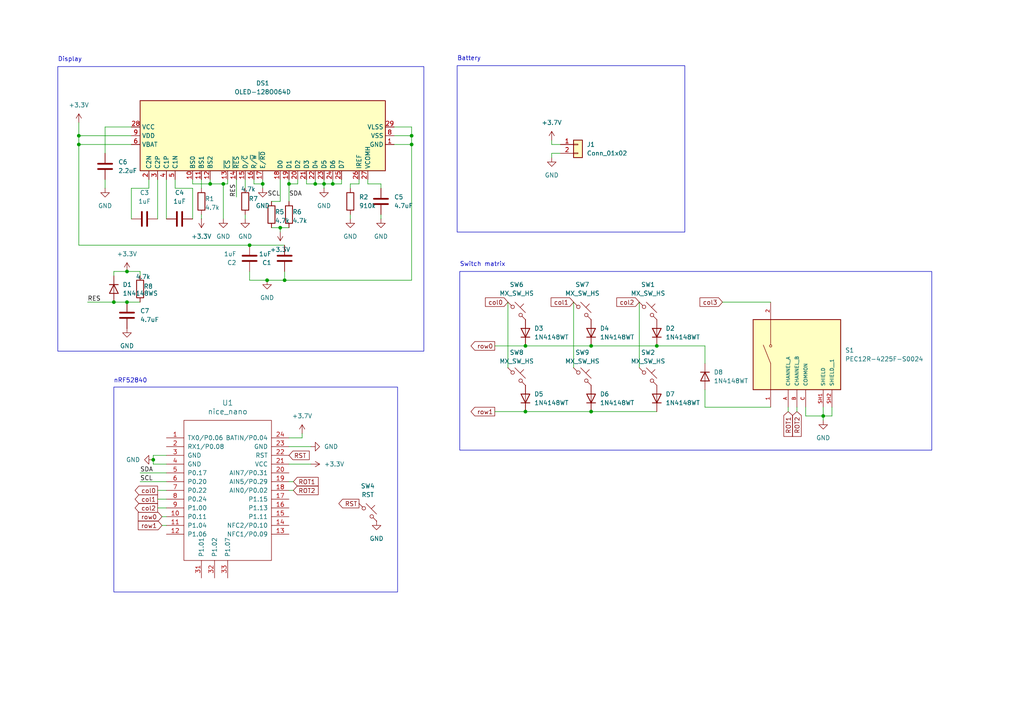
<source format=kicad_sch>
(kicad_sch (version 20250114) (generator "eeschema") (generator_version "9.0")
  (paper "A4")
  (lib_symbols
    (symbol "Connector_Generic:Conn_01x02" (pin_names (offset 1.016) (hide yes))
      (property "Reference" "J" (at 0 2.54 0))
      (property "Value" "Conn_01x02" (at 0 -5.08 0))
      (symbol "Conn_01x02_1_1"
        (rectangle (start -1.27 1.27) (end 1.27 -3.81) (stroke (width 0.254)) (fill (type background)))
        (rectangle (start -1.27 0.127) (end 0 -0.127) (stroke (width 0.1524)))
        (rectangle (start -1.27 -2.413) (end 0 -2.667) (stroke (width 0.1524)))
        (pin passive line (at -5.08 0 0) (length 3.81) (name "Pin_1") (number "1"))
        (pin passive line (at -5.08 -2.54 0) (length 3.81) (name "Pin_2") (number "2"))
      )
    )
    (symbol "Device:C" (pin_numbers (hide yes)) (pin_names (offset 0.254))
      (property "Reference" "C" (at 0.635 2.54 0))
      (property "Value" "C" (at 0.635 -2.54 0))
      (symbol "C_0_1"
        (polyline (pts (xy -2.032 0.762) (xy 2.032 0.762)) (stroke (width 0.508)))
        (polyline (pts (xy -2.032 -0.762) (xy 2.032 -0.762)) (stroke (width 0.508)))
      )
      (symbol "C_1_1"
        (pin passive line (at 0 3.81 270) (length 2.794) (name "~") (number "1"))
        (pin passive line (at 0 -3.81 90) (length 2.794) (name "~") (number "2"))
      )
    )
    (symbol "Device:D" (pin_numbers (hide yes)) (pin_names (offset 1.016) (hide yes))
      (property "Reference" "D" (at 0 2.54 0))
      (property "Value" "D" (at 0 -2.54 0))
      (symbol "D_0_1"
        (polyline (pts (xy -1.27 1.27) (xy -1.27 -1.27)) (stroke (width 0.254)))
        (polyline (pts (xy 1.27 1.27) (xy 1.27 -1.27) (xy -1.27 0) (xy 1.27 1.27)) (stroke (width 0.254)))
        (polyline (pts (xy 1.27 0) (xy -1.27 0)))
      )
      (symbol "D_1_1"
        (pin passive line (at -3.81 0 0) (length 2.54) (name "K") (number "1"))
        (pin passive line (at 3.81 0 180) (length 2.54) (name "A") (number "2"))
      )
    )
    (symbol "Device:R" (pin_numbers (hide yes)) (pin_names (offset 0))
      (property "Reference" "R" (at 2.032 0 90))
      (property "Value" "R" (at 0 0 90))
      (symbol "R_0_1"
        (rectangle (start -1.016 -2.54) (end 1.016 2.54) (stroke (width 0.254)))
      )
      (symbol "R_1_1"
        (pin passive line (at 0 3.81 270) (length 1.27) (name "~") (number "1"))
        (pin passive line (at 0 -3.81 90) (length 1.27) (name "~") (number "2"))
      )
    )
    (symbol "Diode:1N4148WT" (pin_numbers (hide yes)) (pin_names (hide yes))
      (property "Reference" "D" (at 0 2.54 0))
      (property "Value" "1N4148WT" (at 0 -2.54 0))
      (symbol "1N4148WT_0_1"
        (polyline (pts (xy -1.27 1.27) (xy -1.27 -1.27)) (stroke (width 0.254)))
        (polyline (pts (xy 1.27 1.27) (xy 1.27 -1.27) (xy -1.27 0) (xy 1.27 1.27)) (stroke (width 0.254)))
        (polyline (pts (xy 1.27 0) (xy -1.27 0)))
      )
      (symbol "1N4148WT_1_1"
        (pin passive line (at -3.81 0 0) (length 2.54) (name "K") (number "1"))
        (pin passive line (at 3.81 0 180) (length 2.54) (name "A") (number "2"))
      )
    )
    (symbol "Display_Graphic:OLED-128O064D"
      (property "Reference" "DS" (at -10.16 38.1 0))
      (property "Value" "OLED-128O064D" (at 12.7 38.1 0))
      (symbol "OLED-128O064D_0_1"
        (rectangle (start -10.16 35.56) (end 10.16 -35.56) (stroke (width 0.254)) (fill (type background)))
      )
      (symbol "OLED-128O064D_1_1"
        (pin passive line (at -12.7 33.02 0) (length 2.54) (name "C2N") (number "2"))
        (pin passive line (at -12.7 30.48 0) (length 2.54) (name "C2P") (number "3"))
        (pin passive line (at -12.7 27.94 0) (length 2.54) (name "C1P") (number "4"))
        (pin passive line (at -12.7 25.4 0) (length 2.54) (name "C1N") (number "5"))
        (pin input line (at -12.7 20.32 0) (length 2.54) (name "BS0") (number "10"))
        (pin input line (at -12.7 17.78 0) (length 2.54) (name "BS1") (number "11"))
        (pin input line (at -12.7 15.24 0) (length 2.54) (name "BS2") (number "12"))
        (pin input line (at -12.7 10.16 0) (length 2.54) (name "~{CS}") (number "13"))
        (pin input line (at -12.7 7.62 0) (length 2.54) (name "~{RES}") (number "14"))
        (pin input line (at -12.7 5.08 0) (length 2.54) (name "D/~{C}") (number "15"))
        (pin input line (at -12.7 2.54 0) (length 2.54) (name "R/~{W}") (number "16"))
        (pin input line (at -12.7 0 0) (length 2.54) (name "E/~{RD}") (number "17"))
        (pin bidirectional line (at -12.7 -5.08 0) (length 2.54) (name "D0") (number "18"))
        (pin bidirectional line (at -12.7 -7.62 0) (length 2.54) (name "D1") (number "19"))
        (pin bidirectional line (at -12.7 -10.16 0) (length 2.54) (name "D2") (number "20"))
        (pin bidirectional line (at -12.7 -12.7 0) (length 2.54) (name "D3") (number "21"))
        (pin bidirectional line (at -12.7 -15.24 0) (length 2.54) (name "D4") (number "22"))
        (pin bidirectional line (at -12.7 -17.78 0) (length 2.54) (name "D5") (number "23"))
        (pin bidirectional line (at -12.7 -20.32 0) (length 2.54) (name "D6") (number "24"))
        (pin bidirectional line (at -12.7 -22.86 0) (length 2.54) (name "D7") (number "25"))
        (pin passive line (at -12.7 -27.94 0) (length 2.54) (name "IREF") (number "26"))
        (pin passive line (at -12.7 -30.48 0) (length 2.54) (name "VCOMH") (number "27"))
        (pin power_in line (at -2.54 38.1 270) (length 2.54) (name "VBAT") (number "6"))
        (pin power_in line (at -2.54 -38.1 90) (length 2.54) (name "GND") (number "1"))
        (pin passive line (at -2.54 -38.1 90) (length 2.54) (hide yes) (name "GND") (number "30"))
        (pin power_in line (at 0 38.1 270) (length 2.54) (name "VDD") (number "9"))
        (pin power_in line (at 0 -38.1 90) (length 2.54) (name "VSS") (number "8"))
        (pin power_in line (at 2.54 38.1 270) (length 2.54) (name "VCC") (number "28"))
        (pin power_in line (at 2.54 -38.1 90) (length 2.54) (name "VLSS") (number "29"))
        (pin no_connect line (at 10.16 0 180) (length 2.54) (hide yes) (name "NC") (number "7"))
      )
    )
    (symbol "PCM_marbastlib-mx:MX_SW_HS" (pin_numbers (hide yes)) (pin_names (offset 1.016) (hide yes))
      (property "Reference" "MX" (at 3.048 1.016 0))
      (property "Value" "MX_SW_HS" (at 0 -3.81 0))
      (symbol "MX_SW_HS_0_1"
        (polyline (pts (xy -2.54 2.54) (xy -1.524 1.524) (xy -1.524 1.524)))
        (circle (center -1.1684 1.1684) (radius 0.508))
        (polyline (pts (xy -0.508 2.54) (xy 2.54 -0.508)))
        (polyline (pts (xy 1.016 1.016) (xy 2.032 2.032)))
        (circle (center 1.143 -1.1938) (radius 0.508))
        (polyline (pts (xy 1.524 -1.524) (xy 2.54 -2.54) (xy 2.54 -2.54) (xy 2.54 -2.54)))
        (pin passive line (at -2.54 2.54 0) (length 0) (name "1") (number "1"))
        (pin passive line (at 2.54 -2.54 180) (length 0) (name "2") (number "2"))
      )
    )
    (symbol "PEC12R-4225F-S0024:PEC12R-4225F-S0024" (pin_names (offset 1.016))
      (property "Reference" "S" (at -10.16 10.795 0))
      (property "Value" "PEC12R-4225F-S0024" (at -10.16 -17.78 0))
      (symbol "PEC12R-4225F-S0024_0_0"
        (rectangle (start -10.16 -15.24) (end 10.16 10.16) (stroke (width 0.254)) (fill (type background)))
        (polyline (pts (xy -2.54 5.08) (xy -10.16 5.08)) (stroke (width 0.1524)))
        (polyline (pts (xy -2.54 5.08) (xy 2.794 7.2136)) (stroke (width 0.1524)))
        (circle (center 2.54 5.08) (radius 0.3302) (stroke (width 0.1524)))
        (polyline (pts (xy 10.16 5.08) (xy 2.921 5.08)) (stroke (width 0.1524)))
        (pin passive line (at -15.24 5.08 0) (length 5.08) (name "~") (number "1"))
        (pin passive line (at -15.24 0 0) (length 5.08) (name "CHANNEL_A") (number "A"))
        (pin passive line (at -15.24 -2.54 0) (length 5.08) (name "CHANNEL_B") (number "B"))
        (pin passive line (at -15.24 -5.08 0) (length 5.08) (name "COMMON") (number "C"))
        (pin passive line (at -15.24 -10.16 0) (length 5.08) (name "SHIELD") (number "SH1"))
        (pin passive line (at -15.24 -12.7 0) (length 5.08) (name "SHIELD__1") (number "SH2"))
        (pin passive line (at 15.24 5.08 180) (length 5.08) (name "~") (number "2"))
      )
    )
    (symbol "Switch:SW_Push_45deg" (pin_numbers (hide yes)) (pin_names (offset 1.016) (hide yes))
      (property "Reference" "SW" (at 3.048 1.016 0))
      (property "Value" "SW_Push_45deg" (at 0 -3.81 0))
      (symbol "SW_Push_45deg_0_1"
        (polyline (pts (xy -2.54 2.54) (xy -1.524 1.524) (xy -1.524 1.524)))
        (circle (center -1.1684 1.1684) (radius 0.508))
        (polyline (pts (xy -0.508 2.54) (xy 2.54 -0.508)))
        (polyline (pts (xy 1.016 1.016) (xy 2.032 2.032)))
        (circle (center 1.143 -1.1938) (radius 0.508))
        (polyline (pts (xy 1.524 -1.524) (xy 2.54 -2.54) (xy 2.54 -2.54) (xy 2.54 -2.54)))
        (pin passive line (at -2.54 2.54 0) (length 0) (name "1") (number "1"))
        (pin passive line (at 2.54 -2.54 180) (length 0) (name "2") (number "2"))
      )
    )
    (symbol "nice_nano:nice_nano" (pin_names (offset 1.016))
      (property "Reference" "U" (at 0 0 0))
      (property "Value" "nice_nano" (at 0 2.54 0))
      (symbol "nice_nano_0_1"
        (rectangle (start -12.7 -21.59) (end 12.7 19.05))
      )
      (symbol "nice_nano_1_1"
        (pin input line (at -17.78 13.97 0) (length 5.08) (name "TX0/P0.06") (number "1"))
        (pin input line (at -17.78 11.43 0) (length 5.08) (name "RX1/P0.08") (number "2"))
        (pin input line (at -17.78 8.89 0) (length 5.08) (name "GND") (number "3"))
        (pin input line (at -17.78 6.35 0) (length 5.08) (name "GND") (number "4"))
        (pin input line (at -17.78 3.81 0) (length 5.08) (name "P0.17") (number "5"))
        (pin input line (at -17.78 1.27 0) (length 5.08) (name "P0.20") (number "6"))
        (pin input line (at -17.78 -1.27 0) (length 5.08) (name "P0.22") (number "7"))
        (pin input line (at -17.78 -3.81 0) (length 5.08) (name "P0.24") (number "8"))
        (pin input line (at -17.78 -6.35 0) (length 5.08) (name "P1.00") (number "9"))
        (pin input line (at -17.78 -8.89 0) (length 5.08) (name "P0.11") (number "10"))
        (pin input line (at -17.78 -11.43 0) (length 5.08) (name "P1.04") (number "11"))
        (pin input line (at -17.78 -13.97 0) (length 5.08) (name "P1.06") (number "12"))
        (pin input line (at -7.62 -26.67 90) (length 5.08) (name "P1.01") (number "31"))
        (pin input line (at -3.81 -26.67 90) (length 5.08) (name "P1.02") (number "32"))
        (pin input line (at 0 -26.67 90) (length 5.08) (name "P1.07") (number "33"))
        (pin input line (at 17.78 13.97 180) (length 5.08) (name "BATIN/P0.04") (number "24"))
        (pin input line (at 17.78 11.43 180) (length 5.08) (name "GND") (number "23"))
        (pin input line (at 17.78 8.89 180) (length 5.08) (name "RST") (number "22"))
        (pin input line (at 17.78 6.35 180) (length 5.08) (name "VCC") (number "21"))
        (pin input line (at 17.78 3.81 180) (length 5.08) (name "AIN7/P0.31") (number "20"))
        (pin input line (at 17.78 1.27 180) (length 5.08) (name "AIN5/P0.29") (number "19"))
        (pin input line (at 17.78 -1.27 180) (length 5.08) (name "AIN0/P0.02") (number "18"))
        (pin input line (at 17.78 -3.81 180) (length 5.08) (name "P1.15") (number "17"))
        (pin input line (at 17.78 -6.35 180) (length 5.08) (name "P1.13") (number "16"))
        (pin input line (at 17.78 -8.89 180) (length 5.08) (name "P1.11") (number "15"))
        (pin input line (at 17.78 -11.43 180) (length 5.08) (name "NFC2/P0.10") (number "14"))
        (pin input line (at 17.78 -13.97 180) (length 5.08) (name "NFC1/P0.09") (number "13"))
      )
    )
    (symbol "power:+3.3V" (power) (pin_numbers (hide yes)) (pin_names (offset 0) (hide yes))
      (property "Value" "+3.3V" (at 0 3.556 0))
      (symbol "+3.3V_0_1"
        (polyline (pts (xy -0.762 1.27) (xy 0 2.54)))
        (polyline (pts (xy 0 2.54) (xy 0.762 1.27)))
        (polyline (pts (xy 0 0) (xy 0 2.54)))
      )
      (symbol "+3.3V_1_1"
        (pin power_in line (at 0 0 90) (length 0) (name "~") (number "1"))
      )
    )
    (symbol "power:GND" (power) (pin_numbers (hide yes)) (pin_names (offset 0) (hide yes))
      (property "Value" "GND" (at 0 -3.81 0))
      (symbol "GND_0_1"
        (polyline (pts (xy 0 0) (xy 0 -1.27) (xy 1.27 -1.27) (xy 0 -2.54) (xy -1.27 -1.27) (xy 0 -1.27)))
      )
      (symbol "GND_1_1"
        (pin power_in line (at 0 0 270) (length 0) (name "~") (number "1"))
      )
    )
  )
  (rectangle (start 33.02 112.268) (end 115.316 171.704))
  (rectangle (start 132.588 19.05) (end 198.628 67.31))
  (rectangle (start 133.35 78.74) (end 270.256 130.556))
  (rectangle (start 16.764 19.304) (end 122.936 101.854))
  (text "Battery" (at 132.588 17.78 0) (effects (font (size 1.27 1.27)) (justify left bottom)))
  (text "Display" (at 16.764 18.034 0) (effects (font (size 1.27 1.27)) (justify left bottom)))
  (text "Switch matrix" (at 133.35 77.47 0) (effects (font (size 1.27 1.27)) (justify left bottom)))
  (text "nRF52840" (at 37.846 110.49 0) (effects (font (size 1.27 1.27))))
  (junction (at 36.83 87.63))
  (junction (at 82.55 81.28))
  (junction (at 171.45 100.33))
  (junction (at 238.76 120.65))
  (junction (at 190.5 100.33))
  (junction (at 81.28 66.04))
  (junction (at 171.45 119.38))
  (junction (at 93.98 53.34))
  (junction (at 22.86 39.37))
  (junction (at 36.83 78.74))
  (junction (at 119.38 39.37))
  (junction (at 76.2 53.34))
  (junction (at 119.38 41.91))
  (junction (at 83.82 53.34))
  (junction (at 60.96 53.34))
  (junction (at 22.86 41.91))
  (junction (at 96.52 53.34))
  (junction (at 64.77 53.34))
  (junction (at 91.44 53.34))
  (junction (at 72.39 71.12))
  (junction (at 152.4 100.33))
  (junction (at 77.47 81.28))
  (junction (at 44.45 133.35))
  (junction (at 152.4 119.38))
  (junction (at 33.02 87.63))
  (wire (pts (xy 233.68 120.65) (xy 238.76 120.65)))
  (wire (pts (xy 40.64 137.16) (xy 48.26 137.16)))
  (wire (pts (xy 104.14 53.34) (xy 101.6 53.34)))
  (wire (pts (xy 48.26 52.07) (xy 48.26 63.5)))
  (wire (pts (xy 96.52 53.34) (xy 96.52 52.07)))
  (wire (pts (xy 147.32 87.63) (xy 147.32 106.68)))
  (wire (pts (xy 55.88 53.34) (xy 60.96 53.34)))
  (wire (pts (xy 30.48 36.83) (xy 38.1 36.83)))
  (wire (pts (xy 119.38 39.37) (xy 119.38 41.91)))
  (wire (pts (xy 81.28 67.31) (xy 81.28 66.04)))
  (wire (pts (xy 81.28 66.04) (xy 78.74 66.04)))
  (wire (pts (xy 22.86 39.37) (xy 22.86 41.91)))
  (wire (pts (xy 81.28 52.07) (xy 81.28 58.42)))
  (wire (pts (xy 114.3 41.91) (xy 119.38 41.91)))
  (wire (pts (xy 50.8 52.07) (xy 50.8 54.61)))
  (wire (pts (xy 82.55 78.74) (xy 82.55 81.28)))
  (wire (pts (xy 88.9 53.34) (xy 88.9 52.07)))
  (wire (pts (xy 85.09 139.7) (xy 83.82 139.7)))
  (wire (pts (xy 45.72 144.78) (xy 48.26 144.78)))
  (wire (pts (xy 143.51 100.33) (xy 152.4 100.33)))
  (wire (pts (xy 76.2 53.34) (xy 76.2 54.61)))
  (wire (pts (xy 93.98 53.34) (xy 93.98 54.61)))
  (wire (pts (xy 72.39 71.12) (xy 82.55 71.12)))
  (wire (pts (xy 55.88 52.07) (xy 55.88 53.34)))
  (wire (pts (xy 241.3 118.11) (xy 241.3 120.65)))
  (wire (pts (xy 83.82 129.54) (xy 90.17 129.54)))
  (wire (pts (xy 231.14 118.11) (xy 231.14 119.38)))
  (wire (pts (xy 48.26 134.62) (xy 44.45 134.62)))
  (wire (pts (xy 110.49 53.34) (xy 106.68 53.34)))
  (wire (pts (xy 99.06 53.34) (xy 99.06 52.07)))
  (wire (pts (xy 43.18 54.61) (xy 43.18 52.07)))
  (wire (pts (xy 91.44 53.34) (xy 91.44 52.07)))
  (wire (pts (xy 25.4 87.63) (xy 33.02 87.63)))
  (wire (pts (xy 104.14 52.07) (xy 104.14 53.34)))
  (wire (pts (xy 30.48 44.45) (xy 30.48 36.83)))
  (wire (pts (xy 160.02 44.45) (xy 160.02 45.72)))
  (wire (pts (xy 58.42 63.5) (xy 58.42 62.23)))
  (wire (pts (xy 114.3 36.83) (xy 119.38 36.83)))
  (wire (pts (xy 30.48 54.61) (xy 30.48 52.07)))
  (wire (pts (xy 46.99 149.86) (xy 48.26 149.86)))
  (wire (pts (xy 45.72 52.07) (xy 45.72 63.5)))
  (wire (pts (xy 46.99 152.4) (xy 48.26 152.4)))
  (wire (pts (xy 64.77 53.34) (xy 60.96 53.34)))
  (wire (pts (xy 143.51 119.38) (xy 152.4 119.38)))
  (wire (pts (xy 22.86 71.12) (xy 72.39 71.12)))
  (wire (pts (xy 88.9 53.34) (xy 91.44 53.34)))
  (wire (pts (xy 45.72 147.32) (xy 48.26 147.32)))
  (wire (pts (xy 71.12 62.23) (xy 71.12 63.5)))
  (wire (pts (xy 96.52 53.34) (xy 99.06 53.34)))
  (wire (pts (xy 76.2 52.07) (xy 76.2 53.34)))
  (wire (pts (xy 83.82 52.07) (xy 83.82 53.34)))
  (wire (pts (xy 101.6 53.34) (xy 101.6 54.61)))
  (wire (pts (xy 87.63 127) (xy 83.82 127)))
  (wire (pts (xy 40.64 80.01) (xy 40.64 78.74)))
  (wire (pts (xy 85.09 142.24) (xy 83.82 142.24)))
  (wire (pts (xy 238.76 118.11) (xy 238.76 120.65)))
  (wire (pts (xy 22.86 41.91) (xy 38.1 41.91)))
  (wire (pts (xy 106.68 53.34) (xy 106.68 52.07)))
  (wire (pts (xy 93.98 53.34) (xy 96.52 53.34)))
  (wire (pts (xy 238.76 121.92) (xy 238.76 120.65)))
  (wire (pts (xy 48.26 132.08) (xy 44.45 132.08)))
  (wire (pts (xy 160.02 41.91) (xy 162.56 41.91)))
  (wire (pts (xy 66.04 52.07) (xy 66.04 53.34)))
  (wire (pts (xy 40.64 139.7) (xy 48.26 139.7)))
  (wire (pts (xy 91.44 53.34) (xy 93.98 53.34)))
  (wire (pts (xy 209.55 87.63) (xy 223.52 87.63)))
  (wire (pts (xy 171.45 119.38) (xy 190.5 119.38)))
  (wire (pts (xy 86.36 52.07) (xy 86.36 53.34)))
  (wire (pts (xy 64.77 63.5) (xy 64.77 53.34)))
  (wire (pts (xy 152.4 100.33) (xy 171.45 100.33)))
  (wire (pts (xy 44.45 134.62) (xy 44.45 133.35)))
  (wire (pts (xy 238.76 120.65) (xy 241.3 120.65)))
  (wire (pts (xy 119.38 39.37) (xy 119.38 36.83)))
  (wire (pts (xy 44.45 132.08) (xy 44.45 133.35)))
  (wire (pts (xy 66.04 53.34) (xy 64.77 53.34)))
  (wire (pts (xy 110.49 53.34) (xy 110.49 54.61)))
  (wire (pts (xy 228.6 119.38) (xy 228.6 118.11)))
  (wire (pts (xy 22.86 35.56) (xy 22.86 39.37)))
  (wire (pts (xy 119.38 41.91) (xy 119.38 81.28)))
  (wire (pts (xy 55.88 54.61) (xy 55.88 63.5)))
  (wire (pts (xy 160.02 40.64) (xy 160.02 41.91)))
  (wire (pts (xy 233.68 118.11) (xy 233.68 120.65)))
  (wire (pts (xy 60.96 53.34) (xy 60.96 52.07)))
  (wire (pts (xy 22.86 39.37) (xy 38.1 39.37)))
  (wire (pts (xy 101.6 62.23) (xy 101.6 63.5)))
  (wire (pts (xy 58.42 52.07) (xy 58.42 54.61)))
  (wire (pts (xy 86.36 53.34) (xy 83.82 53.34)))
  (wire (pts (xy 33.02 78.74) (xy 33.02 80.01)))
  (wire (pts (xy 72.39 78.74) (xy 72.39 81.28)))
  (wire (pts (xy 185.42 87.63) (xy 185.42 106.68)))
  (wire (pts (xy 71.12 52.07) (xy 71.12 54.61)))
  (wire (pts (xy 93.98 53.34) (xy 93.98 52.07)))
  (wire (pts (xy 40.64 78.74) (xy 36.83 78.74)))
  (wire (pts (xy 166.37 87.63) (xy 166.37 106.68)))
  (wire (pts (xy 110.49 62.23) (xy 110.49 63.5)))
  (wire (pts (xy 83.82 53.34) (xy 83.82 58.42)))
  (wire (pts (xy 73.66 52.07) (xy 73.66 53.34)))
  (wire (pts (xy 87.63 125.73) (xy 87.63 127)))
  (wire (pts (xy 50.8 54.61) (xy 55.88 54.61)))
  (wire (pts (xy 204.47 113.03) (xy 204.47 118.11)))
  (wire (pts (xy 38.1 54.61) (xy 38.1 63.5)))
  (wire (pts (xy 114.3 39.37) (xy 119.38 39.37)))
  (wire (pts (xy 204.47 100.33) (xy 204.47 105.41)))
  (wire (pts (xy 76.2 53.34) (xy 73.66 53.34)))
  (wire (pts (xy 204.47 100.33) (xy 190.5 100.33)))
  (wire (pts (xy 22.86 41.91) (xy 22.86 71.12)))
  (wire (pts (xy 36.83 87.63) (xy 40.64 87.63)))
  (wire (pts (xy 36.83 87.63) (xy 33.02 87.63)))
  (wire (pts (xy 38.1 54.61) (xy 43.18 54.61)))
  (wire (pts (xy 82.55 81.28) (xy 77.47 81.28)))
  (wire (pts (xy 72.39 81.28) (xy 77.47 81.28)))
  (wire (pts (xy 81.28 58.42) (xy 78.74 58.42)))
  (wire (pts (xy 68.58 52.07) (xy 68.58 57.15)))
  (wire (pts (xy 119.38 81.28) (xy 82.55 81.28)))
  (wire (pts (xy 162.56 44.45) (xy 160.02 44.45)))
  (wire (pts (xy 45.72 142.24) (xy 48.26 142.24)))
  (wire (pts (xy 204.47 118.11) (xy 223.52 118.11)))
  (wire (pts (xy 152.4 119.38) (xy 171.45 119.38)))
  (wire (pts (xy 33.02 78.74) (xy 36.83 78.74)))
  (wire (pts (xy 171.45 100.33) (xy 190.5 100.33)))
  (wire (pts (xy 81.28 66.04) (xy 83.82 66.04)))
  (wire (pts (xy 83.82 134.62) (xy 90.17 134.62)))
  (label "SCL" (at 81.28 57.15 180))
  (label "RES" (at 68.58 57.15 90))
  (label "SDA" (at 40.64 137.16 0))
  (label "SDA" (at 83.82 57.15 0))
  (label "SCL" (at 40.64 139.7 0))
  (label "RES" (at 25.4 87.63 0))
  (global_label "col2" (shape input) (at 185.42 87.63 180) (property "Intersheetrefs" "${INTERSHEET_REFS}" (effects (hide yes))))
  (global_label "col1" (shape input) (at 166.37 87.63 180) (property "Intersheetrefs" "${INTERSHEET_REFS}" (effects (hide yes))))
  (global_label "row1" (shape input) (at 46.99 152.4 180) (property "Intersheetrefs" "${INTERSHEET_REFS}" (effects (hide yes))))
  (global_label "ROT2" (shape input) (at 85.09 142.24 0) (property "Intersheetrefs" "${INTERSHEET_REFS}" (effects (hide yes))))
  (global_label "col0" (shape output) (at 45.72 142.24 180) (property "Intersheetrefs" "${INTERSHEET_REFS}" (effects (hide yes))))
  (global_label "col1" (shape output) (at 45.72 144.78 180) (property "Intersheetrefs" "${INTERSHEET_REFS}" (effects (hide yes))))
  (global_label "row0" (shape output) (at 143.51 100.33 180) (property "Intersheetrefs" "${INTERSHEET_REFS}" (effects (hide yes))))
  (global_label "col0" (shape input) (at 147.32 87.63 180) (property "Intersheetrefs" "${INTERSHEET_REFS}" (effects (hide yes))))
  (global_label "row0" (shape input) (at 46.99 149.86 180) (property "Intersheetrefs" "${INTERSHEET_REFS}" (effects (hide yes))))
  (global_label "col3" (shape input) (at 209.55 87.63 180) (property "Intersheetrefs" "${INTERSHEET_REFS}" (effects (hide yes))))
  (global_label "ROT1" (shape input) (at 85.09 139.7 0) (property "Intersheetrefs" "${INTERSHEET_REFS}" (effects (hide yes))))
  (global_label "RST" (shape input) (at 83.82 132.08 0) (property "Intersheetrefs" "${INTERSHEET_REFS}" (effects (hide yes))))
  (global_label "RST" (shape output) (at 104.14 146.05 180) (property "Intersheetrefs" "${INTERSHEET_REFS}" (effects (hide yes))))
  (global_label "col2" (shape output) (at 45.72 147.32 180) (property "Intersheetrefs" "${INTERSHEET_REFS}" (effects (hide yes))))
  (global_label "ROT2" (shape input) (at 231.14 119.38 270) (property "Intersheetrefs" "${INTERSHEET_REFS}" (effects (hide yes))))
  (global_label "row1" (shape output) (at 143.51 119.38 180) (property "Intersheetrefs" "${INTERSHEET_REFS}" (effects (hide yes))))
  (global_label "ROT1" (shape input) (at 228.6 119.38 270) (property "Intersheetrefs" "${INTERSHEET_REFS}" (effects (hide yes))))
  (symbol (lib_id "PEC12R-4225F-S0024:PEC12R-4225F-S0024") (at 228.6 102.87 90) (unit 1)
    (property "Reference" "S1" (at 245.11 101.5999 90) (effects (justify right)))
    (property "Value" "PEC12R-4225F-S0024" (at 245.11 104.1399 90) (effects (justify right)))
    (property "Footprint" "PEC12R_4225F_S0024:XDCR_PEC12R-4225F-S0024" (effects (hide yes)))
    (property "PARTREV" "07/21" (effects (hide yes)))
    (property "MANUFACTURER" "Bourns" (effects (hide yes)))
    (property "MAXIMUM_PACKAGE_HEIGHT" "20.5mm" (effects (hide yes)))
    (property "STANDARD" "Manufacturer recommendations" (effects (hide yes)))
  )
  (symbol (lib_id "Connector_Generic:Conn_01x02") (at 167.64 41.91 0) (unit 1)
    (property "Reference" "J1" (at 170.18 41.9099 0) (effects (justify left)))
    (property "Value" "Conn_01x02" (at 170.18 44.4499 0) (effects (justify left)))
    (property "Footprint" "Connector_JST:JST_PH_S2B-PH-K_1x02_P2.00mm_Horizontal" (effects (hide yes)))
    (property "Description" "Generic connector, single row, 01x02, script generated (kicad-library-utils/schlib/autogen/connector/)" (effects (hide yes)))
  )
  (symbol (lib_id "power:GND") (at 160.02 45.72 0) (unit 1)
    (property "Reference" "#PWR02" (effects (hide yes)))
    (property "Value" "GND" (at 160.02 50.8 0))
    (property "Description" "Power symbol creates a global label with name \"GND\" , ground" (effects (hide yes)))
  )
  (symbol (lib_id "Device:C") (at 72.39 74.93 180) (unit 1)
    (property "Reference" "C2" (at 68.58 76.2001 0) (effects (justify left)))
    (property "Value" "1uF" (at 68.58 73.6601 0) (effects (justify left)))
    (property "Footprint" "Capacitor_SMD:C_0805_2012Metric_Pad1.18x1.45mm_HandSolder" (effects (hide yes)))
    (property "Description" "Unpolarized capacitor" (effects (hide yes)))
  )
  (symbol (lib_id "power:+3.3V") (at 160.02 40.64 0) (unit 1)
    (property "Reference" "#PWR01" (effects (hide yes)))
    (property "Value" "+3.7V" (at 160.02 35.56 0))
    (property "Description" "Power symbol creates a global label with name \"+3.3V\"" (effects (hide yes)))
  )
  (symbol (lib_id "power:GND") (at 44.45 133.35 270) (unit 1)
    (property "Reference" "#PWR019" (effects (hide yes)))
    (property "Value" "GND" (at 40.64 133.3499 90) (effects (justify right)))
    (property "Description" "Power symbol creates a global label with name \"GND\" , ground" (effects (hide yes)))
  )
  (symbol (lib_id "Device:R") (at 78.74 62.23 0) (unit 1)
    (property "Reference" "R5" (at 79.756 61.468 0) (effects (justify left)))
    (property "Value" "4.7k" (at 79.756 64.008 0) (effects (justify left)))
    (property "Footprint" "Resistor_SMD:R_0805_2012Metric_Pad1.20x1.40mm_HandSolder" (effects (hide yes)))
    (property "Description" "Resistor" (effects (hide yes)))
  )
  (symbol (lib_id "power:GND") (at 30.48 54.61 0) (unit 1)
    (property "Reference" "#PWR09" (effects (hide yes)))
    (property "Value" "GND" (at 30.48 59.69 0))
    (property "Description" "Power symbol creates a global label with name \"GND\" , ground" (effects (hide yes)))
  )
  (symbol (lib_id "power:+3.3V") (at 81.28 67.31 180) (unit 1)
    (property "Reference" "#PWR014" (effects (hide yes)))
    (property "Value" "+3.3V" (at 81.28 72.39 0))
    (property "Description" "Power symbol creates a global label with name \"+3.3V\"" (effects (hide yes)))
  )
  (symbol (lib_id "PCM_marbastlib-mx:MX_SW_HS") (at 149.86 90.17 0) (unit 1)
    (property "Reference" "SW6" (at 149.86 82.55 0))
    (property "Value" "MX_SW_HS" (at 149.86 85.09 0))
    (property "Footprint" "keyswitches:Kailh_socket_MX" (effects (hide yes)))
  )
  (symbol (lib_id "Diode:1N4148WT") (at 152.4 115.57 90) (unit 1)
    (property "Reference" "D5" (at 154.94 114.2999 90) (effects (justify right)))
    (property "Value" "1N4148WT" (at 154.94 116.8399 90) (effects (justify right)))
    (property "Footprint" "Diode_SMD:D_SOD-323F" (effects (hide yes)))
    (property "Datasheet" "https://www.diodes.com/assets/Datasheets/ds30396.pdf" (effects (hide yes)))
  )
  (symbol (lib_id "Device:C") (at 30.48 48.26 180) (unit 1)
    (property "Reference" "C6" (at 34.29 46.9899 0) (effects (justify right)))
    (property "Value" "2.2uF" (at 34.29 49.5299 0) (effects (justify right)))
    (property "Footprint" "Capacitor_SMD:C_0805_2012Metric_Pad1.18x1.45mm_HandSolder" (effects (hide yes)))
    (property "Description" "Unpolarized capacitor" (effects (hide yes)))
  )
  (symbol (lib_id "power:GND") (at 77.47 81.28 0) (unit 1)
    (property "Reference" "#PWR03" (effects (hide yes)))
    (property "Value" "GND" (at 77.47 86.36 0))
    (property "Description" "Power symbol creates a global label with name \"GND\" , ground" (effects (hide yes)))
  )
  (symbol (lib_id "power:+3.3V") (at 87.63 125.73 0) (unit 1)
    (property "Reference" "#PWR020" (effects (hide yes)))
    (property "Value" "+3.7V" (at 87.63 120.65 0))
    (property "Description" "Power symbol creates a global label with name \"+3.3V\"" (effects (hide yes)))
  )
  (symbol (lib_id "PCM_marbastlib-mx:MX_SW_HS") (at 187.96 109.22 0) (unit 1)
    (property "Reference" "SW2" (at 187.96 102.235 0))
    (property "Value" "MX_SW_HS" (at 187.96 104.775 0))
    (property "Footprint" "keyswitches:Kailh_socket_MX" (effects (hide yes)))
  )
  (symbol (lib_id "PCM_marbastlib-mx:MX_SW_HS") (at 168.91 109.22 0) (unit 1)
    (property "Reference" "SW9" (at 168.91 102.235 0))
    (property "Value" "MX_SW_HS" (at 168.91 104.775 0))
    (property "Footprint" "keyswitches:Kailh_socket_MX" (effects (hide yes)))
  )
  (symbol (lib_id "PCM_marbastlib-mx:MX_SW_HS") (at 149.86 109.22 0) (unit 1)
    (property "Reference" "SW8" (at 149.86 102.235 0))
    (property "Value" "MX_SW_HS" (at 149.86 104.775 0))
    (property "Footprint" "keyswitches:Kailh_socket_MX" (effects (hide yes)))
  )
  (symbol (lib_id "Device:C") (at 41.91 63.5 90) (unit 1)
    (property "Reference" "C3" (at 41.91 55.88 90))
    (property "Value" "1uF" (at 41.91 58.42 90))
    (property "Footprint" "Capacitor_SMD:C_0805_2012Metric_Pad1.18x1.45mm_HandSolder" (effects (hide yes)))
    (property "Description" "Unpolarized capacitor" (effects (hide yes)))
  )
  (symbol (lib_id "Device:D") (at 33.02 83.82 270) (unit 1)
    (property "Reference" "D1" (at 35.56 82.5499 90) (effects (justify left)))
    (property "Value" "1N4148WS" (at 35.56 85.0899 90) (effects (justify left)))
    (property "Footprint" "Diode_SMD:D_SOD-323F" (effects (hide yes)))
    (property "Description" "Diode" (effects (hide yes)))
    (property "Sim.Device" "D" (effects (hide yes)))
    (property "Sim.Pins" "1=K 2=A" (effects (hide yes)))
  )
  (symbol (lib_id "Diode:1N4148WT") (at 204.47 109.22 270) (unit 1)
    (property "Reference" "D8" (at 207.01 107.9499 90) (effects (justify left)))
    (property "Value" "1N4148WT" (at 207.01 110.4899 90) (effects (justify left)))
    (property "Footprint" "Diode_SMD:D_SOD-323F" (effects (hide yes)))
    (property "Datasheet" "https://www.diodes.com/assets/Datasheets/ds30396.pdf" (effects (hide yes)))
  )
  (symbol (lib_id "Switch:SW_Push_45deg") (at 106.68 148.59 0) (unit 1)
    (property "Reference" "SW4" (at 106.68 140.97 0))
    (property "Value" "RST" (at 106.68 143.51 0))
    (property "Footprint" "Button_Switch_SMD:SW_Tactile_SPST_NO_Straight_CK_PTS636Sx25SMTRLFS" (effects (hide yes)))
  )
  (symbol (lib_id "Device:R") (at 71.12 58.42 0) (unit 1)
    (property "Reference" "R7" (at 72.136 57.658 0) (effects (justify left)))
    (property "Value" "4.7k" (at 69.85 54.864 0) (effects (justify left)))
    (property "Footprint" "Resistor_SMD:R_0805_2012Metric_Pad1.20x1.40mm_HandSolder" (effects (hide yes)))
    (property "Description" "Resistor" (effects (hide yes)))
  )
  (symbol (lib_id "Device:C") (at 110.49 58.42 180) (unit 1)
    (property "Reference" "C5" (at 114.3 57.1499 0) (effects (justify right)))
    (property "Value" "4.7uF" (at 114.3 59.6899 0) (effects (justify right)))
    (property "Footprint" "Capacitor_SMD:C_0805_2012Metric_Pad1.18x1.45mm_HandSolder" (effects (hide yes)))
    (property "Description" "Unpolarized capacitor" (effects (hide yes)))
  )
  (symbol (lib_id "power:GND") (at 90.17 129.54 90) (unit 1)
    (property "Reference" "#PWR018" (effects (hide yes)))
    (property "Value" "GND" (at 93.98 129.5399 90) (effects (justify right)))
    (property "Description" "Power symbol creates a global label with name \"GND\" , ground" (effects (hide yes)))
  )
  (symbol (lib_id "power:GND") (at 64.77 63.5 0) (unit 1)
    (property "Reference" "#PWR012" (effects (hide yes)))
    (property "Value" "GND" (at 64.77 68.58 0))
    (property "Description" "Power symbol creates a global label with name \"GND\" , ground" (effects (hide yes)))
  )
  (symbol (lib_id "Diode:1N4148WT") (at 190.5 115.57 90) (unit 1)
    (property "Reference" "D7" (at 193.04 114.2999 90) (effects (justify right)))
    (property "Value" "1N4148WT" (at 193.04 116.8399 90) (effects (justify right)))
    (property "Footprint" "Diode_SMD:D_SOD-323F" (effects (hide yes)))
    (property "Datasheet" "https://www.diodes.com/assets/Datasheets/ds30396.pdf" (effects (hide yes)))
  )
  (symbol (lib_id "power:GND") (at 76.2 54.61 0) (unit 1)
    (property "Reference" "#PWR07" (effects (hide yes)))
    (property "Value" "GND" (at 76.2 59.69 0))
    (property "Description" "Power symbol creates a global label with name \"GND\" , ground" (effects (hide yes)))
  )
  (symbol (lib_id "power:+3.3V") (at 22.86 35.56 0) (unit 1)
    (property "Reference" "#PWR05" (effects (hide yes)))
    (property "Value" "+3.3V" (at 22.86 30.48 0))
    (property "Description" "Power symbol creates a global label with name \"+3.3V\"" (effects (hide yes)))
  )
  (symbol (lib_id "Device:R") (at 83.82 62.23 0) (unit 1)
    (property "Reference" "R6" (at 84.836 61.468 0) (effects (justify left)))
    (property "Value" "4.7k" (at 84.836 64.008 0) (effects (justify left)))
    (property "Footprint" "Resistor_SMD:R_0805_2012Metric_Pad1.20x1.40mm_HandSolder" (effects (hide yes)))
    (property "Description" "Resistor" (effects (hide yes)))
  )
  (symbol (lib_id "Display_Graphic:OLED-128O064D") (at 76.2 39.37 90) (unit 1)
    (property "Reference" "DS1" (at 76.2 24.13 90))
    (property "Value" "OLED-128O064D" (at 76.2 26.67 90))
    (property "Footprint" "Display:OLED-128O064D" (effects (hide yes)))
    (property "Datasheet" "https://www.vishay.com/docs/37902/oled128o064dbpp3n00000.pdf" (effects (hide yes)))
    (property "Description" "OLED display 128x64" (effects (hide yes)))
  )
  (symbol (lib_id "power:GND") (at 238.76 121.92 0) (unit 1)
    (property "Reference" "#PWR013" (effects (hide yes)))
    (property "Value" "GND" (at 238.76 127 0))
    (property "Description" "Power symbol creates a global label with name \"GND\" , ground" (effects (hide yes)))
  )
  (symbol (lib_id "power:GND") (at 109.22 151.13 0) (mirror y) (unit 1)
    (property "Reference" "#PWR062" (effects (hide yes)))
    (property "Value" "GND" (at 109.22 156.21 0))
  )
  (symbol (lib_id "power:GND") (at 36.83 95.25 0) (unit 1)
    (property "Reference" "#PWR017" (effects (hide yes)))
    (property "Value" "GND" (at 36.83 100.33 0))
    (property "Description" "Power symbol creates a global label with name \"GND\" , ground" (effects (hide yes)))
  )
  (symbol (lib_id "power:GND") (at 93.98 54.61 0) (unit 1)
    (property "Reference" "#PWR06" (effects (hide yes)))
    (property "Value" "GND" (at 93.98 59.69 0))
    (property "Description" "Power symbol creates a global label with name \"GND\" , ground" (effects (hide yes)))
  )
  (symbol (lib_id "Device:R") (at 101.6 58.42 0) (unit 1)
    (property "Reference" "R2" (at 104.14 57.1499 0) (effects (justify left)))
    (property "Value" "910k" (at 104.14 59.6899 0) (effects (justify left)))
    (property "Footprint" "Resistor_SMD:R_0805_2012Metric_Pad1.20x1.40mm_HandSolder" (effects (hide yes)))
    (property "Description" "Resistor" (effects (hide yes)))
  )
  (symbol (lib_id "Device:C") (at 82.55 74.93 180) (unit 1)
    (property "Reference" "C1" (at 78.74 76.2001 0) (effects (justify left)))
    (property "Value" "1uF" (at 78.74 73.6601 0) (effects (justify left)))
    (property "Footprint" "Capacitor_SMD:C_0805_2012Metric_Pad1.18x1.45mm_HandSolder" (effects (hide yes)))
    (property "Description" "Unpolarized capacitor" (effects (hide yes)))
  )
  (symbol (lib_id "Diode:1N4148WT") (at 171.45 96.52 90) (unit 1)
    (property "Reference" "D4" (at 173.99 95.2499 90) (effects (justify right)))
    (property "Value" "1N4148WT" (at 173.99 97.7899 90) (effects (justify right)))
    (property "Footprint" "Diode_SMD:D_SOD-323F" (effects (hide yes)))
    (property "Datasheet" "https://www.diodes.com/assets/Datasheets/ds30396.pdf" (effects (hide yes)))
  )
  (symbol (lib_id "Device:C") (at 52.07 63.5 90) (unit 1)
    (property "Reference" "C4" (at 52.07 55.88 90))
    (property "Value" "1uF" (at 52.07 58.42 90))
    (property "Footprint" "Capacitor_SMD:C_0805_2012Metric_Pad1.18x1.45mm_HandSolder" (effects (hide yes)))
    (property "Description" "Unpolarized capacitor" (effects (hide yes)))
  )
  (symbol (lib_id "power:GND") (at 110.49 63.5 0) (unit 1)
    (property "Reference" "#PWR08" (effects (hide yes)))
    (property "Value" "GND" (at 110.49 68.58 0))
    (property "Description" "Power symbol creates a global label with name \"GND\" , ground" (effects (hide yes)))
  )
  (symbol (lib_id "Device:R") (at 40.64 83.82 0) (unit 1)
    (property "Reference" "R8" (at 41.656 83.058 0) (effects (justify left)))
    (property "Value" "4.7k" (at 39.37 80.264 0) (effects (justify left)))
    (property "Footprint" "Resistor_SMD:R_0805_2012Metric_Pad1.20x1.40mm_HandSolder" (effects (hide yes)))
    (property "Description" "Resistor" (effects (hide yes)))
  )
  (symbol (lib_id "Device:R") (at 58.42 58.42 0) (unit 1)
    (property "Reference" "R1" (at 59.436 57.658 0) (effects (justify left)))
    (property "Value" "4.7k" (at 59.436 60.198 0) (effects (justify left)))
    (property "Footprint" "Resistor_SMD:R_0805_2012Metric_Pad1.20x1.40mm_HandSolder" (effects (hide yes)))
    (property "Description" "Resistor" (effects (hide yes)))
  )
  (symbol (lib_id "power:GND") (at 101.6 63.5 0) (unit 1)
    (property "Reference" "#PWR011" (effects (hide yes)))
    (property "Value" "GND" (at 101.6 68.58 0))
    (property "Description" "Power symbol creates a global label with name \"GND\" , ground" (effects (hide yes)))
  )
  (symbol (lib_id "power:+3.3V") (at 58.42 63.5 180) (unit 1)
    (property "Reference" "#PWR010" (effects (hide yes)))
    (property "Value" "+3.3V" (at 58.42 68.58 0))
    (property "Description" "Power symbol creates a global label with name \"+3.3V\"" (effects (hide yes)))
  )
  (symbol (lib_id "power:+3.3V") (at 36.83 78.74 0) (unit 1)
    (property "Reference" "#PWR016" (effects (hide yes)))
    (property "Value" "+3.3V" (at 36.83 73.66 0))
    (property "Description" "Power symbol creates a global label with name \"+3.3V\"" (effects (hide yes)))
  )
  (symbol (lib_id "Diode:1N4148WT") (at 171.45 115.57 90) (unit 1)
    (property "Reference" "D6" (at 173.99 114.2999 90) (effects (justify right)))
    (property "Value" "1N4148WT" (at 173.99 116.8399 90) (effects (justify right)))
    (property "Footprint" "Diode_SMD:D_SOD-323F" (effects (hide yes)))
    (property "Datasheet" "https://www.diodes.com/assets/Datasheets/ds30396.pdf" (effects (hide yes)))
  )
  (symbol (lib_id "Diode:1N4148WT") (at 152.4 96.52 90) (unit 1)
    (property "Reference" "D3" (at 154.94 95.2499 90) (effects (justify right)))
    (property "Value" "1N4148WT" (at 154.94 97.7899 90) (effects (justify right)))
    (property "Footprint" "Diode_SMD:D_SOD-323F" (effects (hide yes)))
    (property "Datasheet" "https://www.diodes.com/assets/Datasheets/ds30396.pdf" (effects (hide yes)))
  )
  (symbol (lib_id "PCM_marbastlib-mx:MX_SW_HS") (at 187.96 90.17 0) (unit 1)
    (property "Reference" "SW1" (at 187.96 82.55 0))
    (property "Value" "MX_SW_HS" (at 187.96 85.09 0))
    (property "Footprint" "keyswitches:Kailh_socket_MX" (effects (hide yes)))
  )
  (symbol (lib_id "nice_nano:nice_nano") (at 66.04 140.97 0) (unit 1)
    (property "Reference" "U1" (at 66.04 116.84 0) (effects (font (size 1.524 1.524))))
    (property "Value" "nice_nano" (at 66.04 119.38 0) (effects (font (size 1.524 1.524))))
    (property "Footprint" "nice-nano-kicad:nice_nano" (effects (hide yes)))
  )
  (symbol (lib_id "Device:C") (at 36.83 91.44 180) (unit 1)
    (property "Reference" "C7" (at 40.64 90.1699 0) (effects (justify right)))
    (property "Value" "4.7uF" (at 40.64 92.7099 0) (effects (justify right)))
    (property "Footprint" "Capacitor_SMD:C_0805_2012Metric_Pad1.18x1.45mm_HandSolder" (effects (hide yes)))
    (property "Description" "Unpolarized capacitor" (effects (hide yes)))
  )
  (symbol (lib_id "power:+3.3V") (at 90.17 134.62 270) (unit 1)
    (property "Reference" "#PWR04" (effects (hide yes)))
    (property "Value" "+3.3V" (at 93.98 134.6199 90) (effects (justify left)))
    (property "Description" "Power symbol creates a global label with name \"+3.3V\"" (effects (hide yes)))
  )
  (symbol (lib_id "Diode:1N4148WT") (at 190.5 96.52 90) (unit 1)
    (property "Reference" "D2" (at 193.04 95.2499 90) (effects (justify right)))
    (property "Value" "1N4148WT" (at 193.04 97.7899 90) (effects (justify right)))
    (property "Footprint" "Diode_SMD:D_SOD-323F" (effects (hide yes)))
    (property "Datasheet" "https://www.diodes.com/assets/Datasheets/ds30396.pdf" (effects (hide yes)))
  )
  (symbol (lib_id "power:GND") (at 71.12 63.5 0) (unit 1)
    (property "Reference" "#PWR015" (effects (hide yes)))
    (property "Value" "GND" (at 71.12 68.58 0))
    (property "Description" "Power symbol creates a global label with name \"GND\" , ground" (effects (hide yes)))
  )
  (symbol (lib_id "PCM_marbastlib-mx:MX_SW_HS") (at 168.91 90.17 0) (unit 1)
    (property "Reference" "SW7" (at 168.91 82.55 0))
    (property "Value" "MX_SW_HS" (at 168.91 85.09 0))
    (property "Footprint" "keyswitches:Kailh_socket_MX" (effects (hide yes)))
  )
)
</source>
